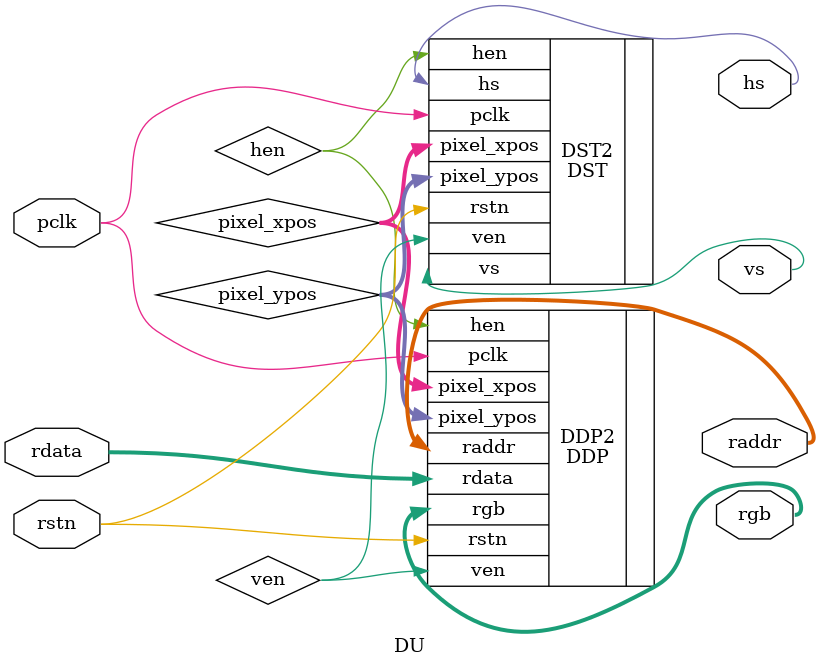
<source format=v>
`timescale 1ns / 1ps


module DU(
    output [14:0] raddr,
    input  [11:0] rdata,
    //output [6:0] raddr1,
    //input [1:0] rdata1,
    input pclk,
    input rstn,
    output hs,//ÐÐÍ¬²½
    output vs,//³¡Í¬²½
    output [11:0] rgb//,
    //output [1:0] rgb1,
    //output en
    );
    wire hen,ven;
    wire [10:0]  pixel_xpos;
    wire [10:0]  pixel_ypos;
    
    DDP DDP2(
            .raddr(raddr),
            //.raddr1(raddr1),
            //.rdata1(rdata1),
            .rdata(rdata),
            .hen(hen),
            .ven(ven),
            .pclk(pclk),
            .rstn(rstn),
            .pixel_xpos(pixel_xpos),
            .pixel_ypos(pixel_ypos),
            .rgb(rgb)//,
          //.rgb1(rgb1),
            //.en(en)
            );
    DST DST2(
        .rstn(rstn),
        .pclk(pclk),
        .hs(hs),
        .vs(vs),
        .hen(hen),
        .ven(ven),
        .pixel_xpos(pixel_xpos), 
        .pixel_ypos(pixel_ypos) 
    );
endmodule

</source>
